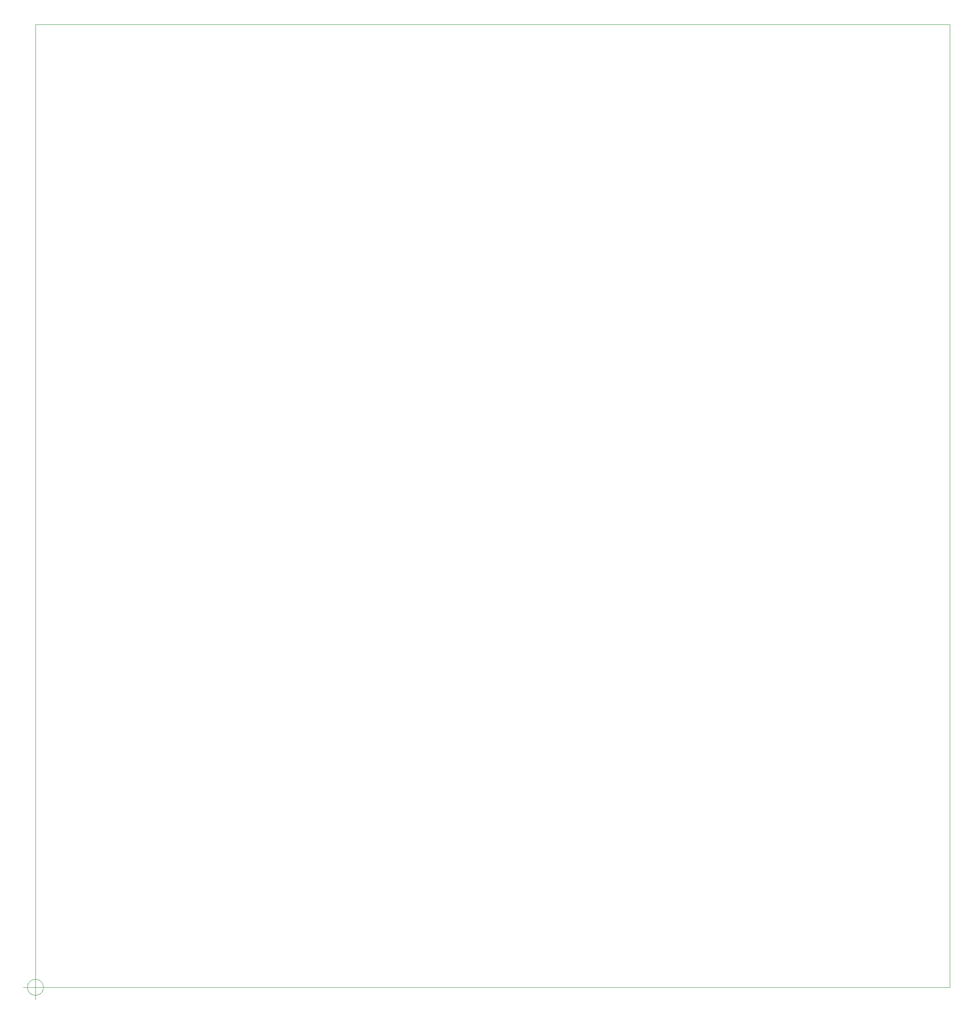
<source format=gbr>
%TF.GenerationSoftware,KiCad,Pcbnew,6.0.11-2627ca5db0~126~ubuntu22.04.1*%
%TF.CreationDate,2023-06-25T19:34:19+02:00*%
%TF.ProjectId,ikegami-htm1917r-extension,696b6567-616d-4692-9d68-746d31393137,rev?*%
%TF.SameCoordinates,Original*%
%TF.FileFunction,Profile,NP*%
%FSLAX46Y46*%
G04 Gerber Fmt 4.6, Leading zero omitted, Abs format (unit mm)*
G04 Created by KiCad (PCBNEW 6.0.11-2627ca5db0~126~ubuntu22.04.1) date 2023-06-25 19:34:19*
%MOMM*%
%LPD*%
G01*
G04 APERTURE LIST*
%TA.AperFunction,Profile*%
%ADD10C,0.100000*%
%TD*%
G04 APERTURE END LIST*
D10*
X73000000Y-53000000D02*
X263000000Y-53000000D01*
X263000000Y-53000000D02*
X263000000Y-253000000D01*
X263000000Y-253000000D02*
X73000000Y-253000000D01*
X73000000Y-253000000D02*
X73000000Y-53000000D01*
X74666666Y-253000000D02*
G75*
G03*
X74666666Y-253000000I-1666666J0D01*
G01*
X70500000Y-253000000D02*
X75500000Y-253000000D01*
X73000000Y-250500000D02*
X73000000Y-255500000D01*
M02*

</source>
